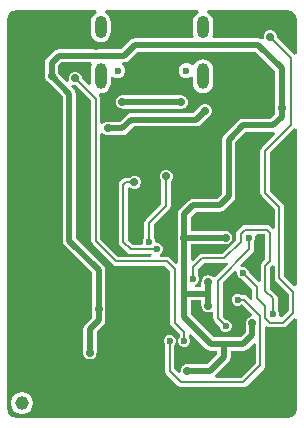
<source format=gbr>
%TF.GenerationSoftware,Altium Limited,Altium Designer,23.2.1 (34)*%
G04 Layer_Physical_Order=4*
G04 Layer_Color=16711680*
%FSLAX26Y26*%
%MOIN*%
%TF.SameCoordinates,DAB62C51-C882-44BF-9B97-BA74F53622F3*%
%TF.FilePolarity,Positive*%
%TF.FileFunction,Copper,L4,Bot,Signal*%
%TF.Part,Single*%
G01*
G75*
%TA.AperFunction,Conductor*%
%ADD37C,0.006693*%
%ADD39C,0.019685*%
%TA.AperFunction,WasherPad*%
%ADD43C,0.045354*%
%TA.AperFunction,ComponentPad*%
%ADD44C,0.023622*%
%ADD45O,0.039370X0.086614*%
%ADD46O,0.039370X0.074803*%
%TA.AperFunction,ViaPad*%
%ADD47C,0.027559*%
%ADD48C,0.023622*%
G36*
X156172Y927165D02*
X153796Y926181D01*
X146970Y920943D01*
X141732Y914117D01*
X138440Y906168D01*
X137316Y897638D01*
Y862205D01*
X138440Y853674D01*
X140177Y849480D01*
X135563Y841606D01*
X-56456D01*
X-64904Y839926D01*
X-72067Y835140D01*
X-101665Y805542D01*
X-311024D01*
X-319472Y803862D01*
X-326635Y799076D01*
X-350257Y775454D01*
X-355043Y768291D01*
X-356723Y759842D01*
Y716535D01*
X-356299Y714403D01*
Y712228D01*
X-355467Y710219D01*
X-355043Y708087D01*
X-353835Y706279D01*
X-353003Y704270D01*
X-351465Y702732D01*
X-350257Y700924D01*
X-297668Y648335D01*
Y167323D01*
X-295988Y158874D01*
X-291202Y151712D01*
X-199243Y59753D01*
Y-89280D01*
X-222304Y-112341D01*
X-227090Y-119504D01*
X-228771Y-127953D01*
Y-206693D01*
X-228346Y-208826D01*
Y-211000D01*
X-227514Y-213009D01*
X-227090Y-215142D01*
X-225882Y-216950D01*
X-225050Y-218959D01*
X-223512Y-220496D01*
X-222304Y-222304D01*
X-220496Y-223512D01*
X-218959Y-225050D01*
X-216950Y-225882D01*
X-215142Y-227090D01*
X-213009Y-227514D01*
X-211000Y-228346D01*
X-208826D01*
X-206693Y-228771D01*
X-204560Y-228346D01*
X-202386D01*
X-200377Y-227514D01*
X-198244Y-227090D01*
X-196436Y-225882D01*
X-194427Y-225050D01*
X-192890Y-223512D01*
X-191082Y-222304D01*
X-189873Y-220496D01*
X-188336Y-218959D01*
X-187504Y-216950D01*
X-186296Y-215142D01*
X-185872Y-213009D01*
X-185039Y-211000D01*
Y-208826D01*
X-184615Y-206693D01*
Y-137098D01*
X-161554Y-114037D01*
X-156768Y-106874D01*
X-155088Y-98425D01*
Y68898D01*
X-156768Y77346D01*
X-161554Y84509D01*
X-253513Y176468D01*
Y657480D01*
X-255194Y665929D01*
X-259979Y673092D01*
X-269022Y682134D01*
X-264561Y688809D01*
X-260213Y687008D01*
X-256108D01*
X-237306Y668206D01*
X-237306Y668206D01*
X-202462Y633362D01*
Y167323D01*
X-201286Y161409D01*
X-197936Y156395D01*
X-129038Y87497D01*
X-124024Y84147D01*
X-118110Y82971D01*
X42811D01*
X60564Y65218D01*
Y-105546D01*
X61741Y-111461D01*
X65091Y-116474D01*
X92683Y-144067D01*
Y-155068D01*
X91450Y-156302D01*
X88453Y-163537D01*
Y-171368D01*
X91450Y-178603D01*
X96987Y-184141D01*
X104222Y-187138D01*
X112053D01*
X119288Y-184141D01*
X124826Y-178603D01*
X127823Y-171368D01*
Y-163537D01*
X124826Y-156302D01*
X123592Y-155068D01*
Y-146265D01*
X131466Y-143004D01*
X181239Y-192777D01*
X188402Y-197562D01*
X196851Y-199243D01*
X218080D01*
Y-211327D01*
X185737Y-243670D01*
X118110D01*
X115978Y-244095D01*
X113803D01*
X111794Y-244927D01*
X109661Y-245351D01*
X107853Y-246559D01*
X105844Y-247391D01*
X104307Y-248929D01*
X102499Y-250137D01*
X101291Y-251945D01*
X99753Y-253482D01*
X98921Y-255491D01*
X97713Y-257299D01*
X97289Y-259432D01*
X96457Y-261441D01*
Y-263615D01*
X96032Y-265748D01*
X96457Y-267881D01*
Y-270055D01*
X96530Y-270231D01*
X90214Y-274451D01*
X89766Y-274603D01*
X74510Y-259347D01*
Y-179707D01*
X75743Y-178474D01*
X78740Y-171238D01*
Y-163407D01*
X75743Y-156172D01*
X70206Y-150635D01*
X62971Y-147638D01*
X55139D01*
X47904Y-150635D01*
X42367Y-156172D01*
X39370Y-163407D01*
Y-171238D01*
X42367Y-178474D01*
X43601Y-179707D01*
Y-265748D01*
X44777Y-271662D01*
X48127Y-276676D01*
X87497Y-316046D01*
X92511Y-319396D01*
X98425Y-320572D01*
X304855D01*
X310769Y-319396D01*
X315783Y-316046D01*
X372457Y-259372D01*
X375807Y-254358D01*
X376983Y-248444D01*
Y-121787D01*
X384857Y-118678D01*
X387699Y-120577D01*
X393614Y-121754D01*
X438420D01*
X444334Y-120577D01*
X449347Y-117227D01*
X474409Y-92165D01*
X482284Y-95427D01*
X482284Y-393700D01*
X482284Y-393701D01*
X482284Y-396609D01*
X481149Y-402313D01*
X478923Y-407687D01*
X475692Y-412523D01*
X471579Y-416636D01*
X466743Y-419868D01*
X461369Y-422093D01*
X455664Y-423228D01*
X452756Y-423228D01*
X-453889D01*
X-459974Y-422018D01*
X-465706Y-419643D01*
X-470865Y-416197D01*
X-475252Y-411810D01*
X-478699Y-406651D01*
X-481073Y-400919D01*
X-482283Y-394834D01*
Y-391732D01*
Y905512D01*
X-482283Y908420D01*
X-481149Y914125D01*
X-478923Y919499D01*
X-475692Y924335D01*
X-471579Y928447D01*
X-466743Y931679D01*
X-461369Y933905D01*
X-455664Y935039D01*
X-452756Y935039D01*
X-185946Y935039D01*
X-184379Y927165D01*
X-186755Y926181D01*
X-193581Y920943D01*
X-198819Y914117D01*
X-202112Y906168D01*
X-203235Y897638D01*
Y862205D01*
X-202112Y853674D01*
X-198819Y845725D01*
X-193581Y838899D01*
X-186755Y833661D01*
X-178806Y830369D01*
X-170276Y829246D01*
X-161745Y830369D01*
X-153796Y833661D01*
X-146970Y838899D01*
X-141732Y845725D01*
X-138440Y853674D01*
X-137316Y862205D01*
Y897638D01*
X-138440Y906168D01*
X-141732Y914117D01*
X-146970Y920943D01*
X-153796Y926181D01*
X-156172Y927165D01*
X-154606Y935039D01*
X154606Y935039D01*
X156172Y927165D01*
D02*
G37*
G36*
X452756Y935039D02*
X452756Y935039D01*
X452757D01*
X459988Y934180D01*
X461369Y933905D01*
X466743Y931679D01*
X471579Y928448D01*
X475692Y924335D01*
X478923Y919499D01*
X481149Y914125D01*
X482283Y908420D01*
X482283Y905512D01*
X482283Y790532D01*
X478769Y788454D01*
X474409Y787604D01*
X415354Y846659D01*
Y850764D01*
X412058Y858722D01*
X405966Y864814D01*
X398008Y868110D01*
X389394D01*
X381435Y864814D01*
X375344Y858722D01*
X372047Y850764D01*
Y843450D01*
X368586Y840482D01*
X364942Y838727D01*
X363149Y839926D01*
X354700Y841606D01*
X204988D01*
X200374Y849480D01*
X202112Y853674D01*
X203235Y862205D01*
Y897638D01*
X202112Y906168D01*
X198819Y914117D01*
X193581Y920943D01*
X186755Y926181D01*
X184379Y927165D01*
X185945Y935039D01*
X452756Y935040D01*
X452756Y935039D01*
D02*
G37*
G36*
X410993Y732013D02*
Y610236D01*
Y589489D01*
X394763Y573259D01*
X303150D01*
X294701Y571578D01*
X287538Y566792D01*
X240294Y519548D01*
X235508Y512386D01*
X233828Y503937D01*
Y324106D01*
X217233Y307511D01*
X137795D01*
X129346Y305830D01*
X122184Y301044D01*
X92656Y271517D01*
X87871Y264354D01*
X86190Y255905D01*
Y177165D01*
Y93591D01*
X78915Y90578D01*
X60141Y109353D01*
X55127Y112703D01*
X49213Y113880D01*
X27453D01*
X25886Y121754D01*
X27604Y122465D01*
X33142Y128003D01*
X36138Y135238D01*
Y143069D01*
X33142Y150304D01*
X27604Y155841D01*
X20369Y158838D01*
X16133D01*
X12062Y159743D01*
X8858Y165837D01*
Y168286D01*
X5862Y175521D01*
X5612Y175770D01*
Y219976D01*
X58172Y272537D01*
X61522Y277550D01*
X62699Y283464D01*
Y366722D01*
X65601Y369624D01*
X68898Y377583D01*
Y386197D01*
X65601Y394156D01*
X59510Y400247D01*
X51551Y403543D01*
X42937D01*
X34978Y400247D01*
X28887Y394156D01*
X25591Y386197D01*
Y377583D01*
X28887Y369624D01*
X31790Y366722D01*
Y289866D01*
X-20770Y237306D01*
X-24120Y232292D01*
X-25297Y226378D01*
Y177739D01*
X-27515Y175521D01*
X-30512Y168286D01*
Y160454D01*
X-30239Y159797D01*
X-34614Y153250D01*
X-64465D01*
X-79822Y168607D01*
Y341257D01*
X-71948Y344475D01*
X-71321Y343848D01*
X-63362Y340551D01*
X-54748D01*
X-46789Y343848D01*
X-40698Y349939D01*
X-37402Y357898D01*
Y366512D01*
X-40698Y374470D01*
X-46789Y380562D01*
X-54748Y383858D01*
X-63362D01*
X-71321Y380562D01*
X-74223Y377659D01*
X-86614D01*
X-92528Y376483D01*
X-97542Y373133D01*
X-106204Y364470D01*
X-109554Y359457D01*
X-110731Y353543D01*
Y162206D01*
X-109554Y156291D01*
X-106204Y151278D01*
X-81794Y126867D01*
X-76780Y123517D01*
X-70866Y122341D01*
X-891D01*
X-409Y121754D01*
X-4133Y113880D01*
X-111709D01*
X-171554Y173724D01*
Y523496D01*
X-166817Y526192D01*
X-163679Y526371D01*
X-163249Y525727D01*
X-161441Y524519D01*
X-159904Y522982D01*
X-157895Y522150D01*
X-156087Y520942D01*
X-153954Y520517D01*
X-151945Y519685D01*
X-149770D01*
X-147638Y519261D01*
X-98425D01*
X-89976Y520942D01*
X-82814Y525727D01*
X-59753Y548788D01*
X147638D01*
X156087Y550469D01*
X163249Y555255D01*
X192777Y584782D01*
X193985Y586591D01*
X195522Y588128D01*
X196355Y590137D01*
X197562Y591945D01*
X197987Y594077D01*
X198819Y596087D01*
Y598261D01*
X199243Y600394D01*
X198819Y602526D01*
Y604701D01*
X197987Y606710D01*
X197562Y608842D01*
X196355Y610650D01*
X195522Y612659D01*
X193985Y614197D01*
X192777Y616005D01*
X190969Y617213D01*
X189431Y618751D01*
X187422Y619583D01*
X185614Y620791D01*
X183482Y621215D01*
X181472Y622047D01*
X179298D01*
X177165Y622471D01*
X175033Y622047D01*
X172858D01*
X170849Y621215D01*
X168717Y620791D01*
X166909Y619583D01*
X164900Y618751D01*
X163362Y617213D01*
X161554Y616005D01*
X138493Y592944D01*
X-68898D01*
X-77347Y591263D01*
X-84509Y586477D01*
X-107570Y563416D01*
X-147638D01*
X-149770Y562992D01*
X-151945D01*
X-153954Y562160D01*
X-156087Y561736D01*
X-157895Y560528D01*
X-159904Y559696D01*
X-161441Y558158D01*
X-163249Y556950D01*
X-163679Y556306D01*
X-166817Y556485D01*
X-171554Y559181D01*
Y639764D01*
X-172730Y645678D01*
X-176080Y650692D01*
X-176214Y650826D01*
X-172536Y658283D01*
X-170276Y657986D01*
X-161745Y659109D01*
X-153796Y662402D01*
X-146970Y667639D01*
X-141732Y674465D01*
X-138440Y682414D01*
X-137316Y690945D01*
Y711183D01*
X-129442Y714444D01*
X-128223Y713225D01*
X-119107Y709449D01*
X-109240D01*
X-100123Y713225D01*
X-93146Y720202D01*
X-89370Y729318D01*
Y739186D01*
X-93146Y748302D01*
X-98357Y753513D01*
X-95860Y761387D01*
X-92520D01*
X-84071Y763067D01*
X-76908Y767853D01*
X-47311Y797451D01*
X345555D01*
X410993Y732013D01*
D02*
G37*
G36*
X-199298Y753513D02*
X-202112Y746720D01*
X-203235Y738189D01*
Y690945D01*
X-202937Y688684D01*
X-210395Y685006D01*
X-215450Y690062D01*
X-215450Y690062D01*
X-234252Y708864D01*
Y712968D01*
X-237549Y720927D01*
X-243640Y727018D01*
X-251598Y730315D01*
X-260213D01*
X-268171Y727018D01*
X-274262Y720927D01*
X-277559Y712968D01*
Y704354D01*
X-275758Y700005D01*
X-282433Y695545D01*
X-312568Y725680D01*
Y750697D01*
X-301879Y761387D01*
X-202389D01*
X-199298Y753513D01*
D02*
G37*
G36*
X411579Y522601D02*
X366216Y477238D01*
X362866Y472224D01*
X361689Y466310D01*
Y327581D01*
X362866Y321666D01*
X366216Y316653D01*
X409743Y273126D01*
Y211032D01*
X401868Y207771D01*
X394785Y214855D01*
X389771Y218205D01*
X383857Y219381D01*
X311326D01*
X305412Y218205D01*
X300398Y214855D01*
X284604Y199061D01*
X281254Y194047D01*
X280078Y188133D01*
Y168561D01*
X235239Y123722D01*
X167323D01*
X161409Y122546D01*
X156395Y119196D01*
X137620Y100421D01*
X130345Y103434D01*
Y155088D01*
X246063D01*
X248196Y155512D01*
X250370D01*
X252379Y156344D01*
X254512Y156768D01*
X256320Y157976D01*
X258329Y158808D01*
X259866Y160346D01*
X261674Y161554D01*
X262882Y163362D01*
X264420Y164900D01*
X265252Y166908D01*
X266460Y168716D01*
X266884Y170849D01*
X267716Y172858D01*
Y175033D01*
X268141Y177165D01*
X267716Y179298D01*
Y181472D01*
X266884Y183481D01*
X266460Y185614D01*
X265252Y187422D01*
X264420Y189431D01*
X262882Y190968D01*
X261674Y192777D01*
X259866Y193985D01*
X258329Y195522D01*
X256320Y196354D01*
X254512Y197562D01*
X252379Y197987D01*
X250370Y198819D01*
X248196D01*
X246063Y199243D01*
X130345D01*
Y246761D01*
X146940Y263355D01*
X226378D01*
X234827Y265036D01*
X241989Y269822D01*
X271517Y299349D01*
X276303Y306512D01*
X277983Y314961D01*
Y494792D01*
X312295Y529103D01*
X403908D01*
X407700Y529858D01*
X411579Y522601D01*
D02*
G37*
G36*
X253936Y88784D02*
X211299Y46147D01*
X210583Y45622D01*
X202619Y45139D01*
X200811Y46347D01*
X199274Y47884D01*
X197265Y48717D01*
X195457Y49925D01*
X193324Y50349D01*
X191315Y51181D01*
X189140D01*
X187008Y51605D01*
X184875Y51181D01*
X182701D01*
X180692Y50349D01*
X178559Y49925D01*
X176751Y48717D01*
X174742Y47884D01*
X173205Y46347D01*
X171397Y45139D01*
X170188Y43331D01*
X168651Y41793D01*
X167819Y39784D01*
X166611Y37976D01*
X166186Y35844D01*
X165354Y33835D01*
Y31660D01*
X164930Y29527D01*
Y12235D01*
X145179D01*
X143613Y20109D01*
X149203Y22425D01*
X154741Y27962D01*
X157737Y35197D01*
Y43029D01*
X154741Y50264D01*
X153507Y51498D01*
Y72596D01*
X173724Y92813D01*
X241640D01*
X247554Y93990D01*
X248916Y94900D01*
X253936Y88784D01*
D02*
G37*
G36*
X378246Y187681D02*
Y104827D01*
X367539Y94119D01*
X364189Y89106D01*
X363013Y83191D01*
Y32184D01*
X355139Y28922D01*
X322835Y61226D01*
Y62971D01*
X319838Y70206D01*
X314300Y75743D01*
X307065Y78740D01*
X299234D01*
X298390Y78390D01*
X293929Y85066D01*
X335731Y126867D01*
X339081Y131881D01*
X340257Y137795D01*
Y164781D01*
X341491Y166015D01*
X344488Y173250D01*
Y181081D01*
X349949Y188472D01*
X377455D01*
X378246Y187681D01*
D02*
G37*
G36*
X478769Y540870D02*
X482283Y538792D01*
X482284Y19381D01*
X474409Y16120D01*
X440651Y49878D01*
Y279527D01*
X439475Y285442D01*
X436125Y290455D01*
X392598Y333982D01*
Y459909D01*
X474409Y541720D01*
X478769Y540870D01*
D02*
G37*
G36*
X283814Y63815D02*
X283465Y62971D01*
Y55139D01*
X286461Y47904D01*
X291999Y42367D01*
X299234Y39370D01*
X300979D01*
X334939Y5410D01*
Y-23622D01*
X335425Y-26065D01*
X328168Y-29944D01*
X316825Y-18600D01*
X311811Y-15250D01*
X305897Y-14073D01*
X297818D01*
X296584Y-12839D01*
X289349Y-9843D01*
X281517D01*
X274282Y-12839D01*
X268745Y-18377D01*
X265748Y-25612D01*
Y-33443D01*
X268745Y-40678D01*
X274282Y-46216D01*
X281517Y-49213D01*
X289349D01*
X296584Y-46216D01*
X297818Y-44982D01*
X299495D01*
X333002Y-78489D01*
X332834Y-81280D01*
X330338Y-86614D01*
X328329Y-87447D01*
X326197Y-87871D01*
X324389Y-89079D01*
X322380Y-89911D01*
X320842Y-91448D01*
X319034Y-92656D01*
X317826Y-94465D01*
X316289Y-96002D01*
X315457Y-98011D01*
X314248Y-99819D01*
X313824Y-101952D01*
X312992Y-103961D01*
Y-106135D01*
X312568Y-108268D01*
Y-138493D01*
X295973Y-155088D01*
X205995D01*
X130345Y-79438D01*
Y-31920D01*
X164930D01*
Y-49212D01*
X165354Y-51346D01*
Y-53520D01*
X166186Y-55528D01*
X166611Y-57661D01*
X167819Y-59470D01*
X168651Y-61478D01*
X170188Y-63016D01*
X171397Y-64824D01*
X173205Y-66032D01*
X174742Y-67570D01*
X176751Y-68402D01*
X178559Y-69610D01*
X180692Y-70034D01*
X182701Y-70866D01*
X184875D01*
X187008Y-71290D01*
X189140Y-70866D01*
X191315D01*
X193324Y-70034D01*
X195457Y-69610D01*
X196579Y-68860D01*
X199008Y-69439D01*
X203240Y-71956D01*
X204453Y-73298D01*
Y-91955D01*
X205629Y-97869D01*
X208980Y-102882D01*
X226378Y-120281D01*
Y-122026D01*
X229375Y-129261D01*
X234912Y-134798D01*
X242147Y-137795D01*
X249979D01*
X257214Y-134798D01*
X262751Y-129261D01*
X265748Y-122026D01*
Y-114195D01*
X262751Y-106960D01*
X257214Y-101422D01*
X249979Y-98425D01*
X248234D01*
X235362Y-85553D01*
Y26498D01*
X277139Y68275D01*
X283814Y63815D01*
D02*
G37*
G36*
X409743Y81475D02*
Y43476D01*
X410919Y37562D01*
X414269Y32548D01*
X455697Y-8880D01*
Y-67165D01*
X435153Y-87710D01*
X429133Y-87224D01*
X423228Y-82656D01*
Y-74825D01*
X420231Y-67590D01*
X418998Y-66356D01*
Y-24663D01*
X417821Y-18748D01*
X414471Y-13735D01*
X393921Y6815D01*
Y76790D01*
X401868Y84737D01*
X409743Y81475D01*
D02*
G37*
G36*
X346075Y-177719D02*
Y-242043D01*
X298454Y-289664D01*
X212238D01*
X209849Y-281790D01*
X210493Y-281359D01*
X255769Y-236084D01*
X260555Y-228921D01*
X262235Y-220472D01*
Y-199243D01*
X305118D01*
X313567Y-197562D01*
X320729Y-192777D01*
X338800Y-174706D01*
X346075Y-177719D01*
D02*
G37*
%LPC*%
G36*
X-428375Y-338346D02*
X-437767D01*
X-446839Y-340777D01*
X-454972Y-345473D01*
X-461613Y-352114D01*
X-466309Y-360248D01*
X-468740Y-369320D01*
Y-378712D01*
X-466309Y-387784D01*
X-461613Y-395917D01*
X-454972Y-402558D01*
X-446839Y-407254D01*
X-437767Y-409685D01*
X-428375D01*
X-419303Y-407254D01*
X-411170Y-402558D01*
X-404528Y-395917D01*
X-399832Y-387784D01*
X-397402Y-378712D01*
Y-369320D01*
X-399832Y-360248D01*
X-404528Y-352114D01*
X-411170Y-345473D01*
X-419303Y-340777D01*
X-428375Y-338346D01*
D02*
G37*
G36*
X170276Y771148D02*
X161745Y770025D01*
X153796Y766732D01*
X146970Y761495D01*
X141732Y754669D01*
X141085Y753105D01*
X131928Y751574D01*
X128223Y755279D01*
X119107Y759055D01*
X109240D01*
X100123Y755279D01*
X93146Y748302D01*
X89370Y739186D01*
Y729318D01*
X93146Y720202D01*
X100123Y713225D01*
X109240Y709449D01*
X119107D01*
X128223Y713225D01*
X129442Y714444D01*
X137316Y711183D01*
Y690945D01*
X138440Y682414D01*
X141732Y674465D01*
X146970Y667639D01*
X153796Y662402D01*
X161745Y659109D01*
X170276Y657986D01*
X178806Y659109D01*
X186755Y662402D01*
X193581Y667639D01*
X198819Y674465D01*
X202112Y682414D01*
X203235Y690945D01*
Y738189D01*
X202112Y746720D01*
X198819Y754669D01*
X193581Y761495D01*
X186755Y766732D01*
X178806Y770025D01*
X170276Y771148D01*
D02*
G37*
G36*
X-98421Y651995D02*
X-100553Y651571D01*
X-102728D01*
X-104737Y650739D01*
X-106869Y650315D01*
X-108677Y649107D01*
X-110686Y648274D01*
X-112224Y646737D01*
X-114032Y645529D01*
X-115240Y643721D01*
X-116778Y642183D01*
X-117610Y640174D01*
X-118818Y638366D01*
X-119242Y636234D01*
X-120074Y634225D01*
Y632050D01*
X-120498Y629918D01*
X-120074Y627785D01*
Y625611D01*
X-119242Y623601D01*
X-118818Y621469D01*
X-117610Y619661D01*
X-116778Y617652D01*
X-115240Y616114D01*
X-114032Y614306D01*
X-113499Y613774D01*
X-111691Y612565D01*
X-110686Y611561D01*
X-109374Y611017D01*
X-106337Y608988D01*
X-102755Y608275D01*
X-102728Y608264D01*
X-102699D01*
X-97888Y607307D01*
X93852D01*
X94114Y607199D01*
X96288D01*
X98421Y606774D01*
X100553Y607199D01*
X102728D01*
X104737Y608031D01*
X106870Y608455D01*
X108678Y609663D01*
X110686Y610495D01*
X112224Y612033D01*
X114032Y613241D01*
X115240Y615049D01*
X116778Y616587D01*
X117610Y618595D01*
X118818Y620403D01*
X119242Y622536D01*
X120074Y624545D01*
Y626720D01*
X120498Y628852D01*
X120074Y630985D01*
Y633159D01*
X119242Y635168D01*
X118818Y637301D01*
X117610Y639109D01*
X116778Y641118D01*
X115240Y642655D01*
X114032Y644463D01*
X113499Y644996D01*
X111691Y646204D01*
X110686Y647209D01*
X109374Y647753D01*
X106337Y649782D01*
X102755Y650495D01*
X102728Y650506D01*
X102699D01*
X97888Y651463D01*
X-93852D01*
X-94114Y651571D01*
X-96288D01*
X-98421Y651995D01*
D02*
G37*
%LPD*%
D37*
X-70866Y137795D02*
X15095D01*
X-95276Y162206D02*
Y353543D01*
Y162206D02*
X-70866Y137795D01*
X-95276Y353543D02*
X-86614Y362205D01*
X-59055D01*
X-10827Y164370D02*
X-9842Y165354D01*
Y226378D01*
X47244Y283464D01*
Y381890D01*
X361529Y-248444D02*
Y-85160D01*
X98425Y-305118D02*
X304855D01*
X361529Y-248444D01*
X471152Y-73567D02*
Y-2478D01*
X393614Y-106299D02*
X438420D01*
X471152Y-73567D01*
X295532Y188133D02*
X311326Y203927D01*
X295532Y162160D02*
Y188133D01*
X311326Y203927D02*
X383857D01*
X378467Y414D02*
X403543Y-24663D01*
X378467Y414D02*
Y83191D01*
X393701Y98425D01*
X377953Y-90638D02*
X393614Y-106299D01*
X377953Y-90638D02*
Y-51181D01*
X285433Y-29528D02*
X305897D01*
X361529Y-85160D01*
X425197Y43476D02*
X471152Y-2478D01*
X425197Y43476D02*
Y279527D01*
X377144Y466310D02*
X464567Y553733D01*
X377144Y327581D02*
Y466310D01*
Y327581D02*
X425197Y279527D01*
X464567Y553733D02*
Y775591D01*
X393701Y846457D02*
X464567Y775591D01*
X350394Y-23622D02*
X377953Y-51181D01*
X350394Y-23622D02*
Y11811D01*
X303150Y59055D02*
X350394Y11811D01*
X403543Y-78740D02*
Y-24663D01*
X-255905Y708661D02*
X-226378Y679134D01*
Y679134D02*
Y679134D01*
Y679134D02*
X-187008Y639764D01*
Y167323D02*
Y639764D01*
X15095Y137795D02*
X16453Y139153D01*
X138052Y78997D02*
X167323Y108268D01*
X138052Y39113D02*
Y78997D01*
X393701Y98425D02*
Y194083D01*
X219907Y-91955D02*
Y32900D01*
X324803Y137795D02*
Y177165D01*
X219907Y32900D02*
X324803Y137795D01*
X383857Y203927D02*
X393701Y194083D01*
X241640Y108268D02*
X295532Y162160D01*
X167323Y108268D02*
X241640D01*
X76019Y-105546D02*
Y71619D01*
Y-105546D02*
X108138Y-137665D01*
X49213Y98425D02*
X76019Y71619D01*
X108138Y-167453D02*
Y-137665D01*
X-118110Y98425D02*
X49213D01*
X59055Y-265748D02*
X98425Y-305118D01*
X59055Y-265748D02*
Y-167323D01*
X-187008Y167323D02*
X-118110Y98425D01*
X219907Y-91955D02*
X246063Y-118110D01*
D39*
X354700Y819529D02*
X433071Y741158D01*
X-56456Y819529D02*
X354700D01*
X433071Y610236D02*
Y741158D01*
X-311024Y783465D02*
X-92520D01*
X-334646Y716535D02*
Y759842D01*
X-311024Y783465D01*
X-334646Y716535D02*
X-275591Y657480D01*
Y167323D02*
Y657480D01*
X240157Y-177165D02*
X305118D01*
X196851D02*
X240157D01*
X194882Y-265748D02*
X240157Y-220472D01*
Y-177165D01*
X305118D02*
X334646Y-147638D01*
X108268Y-88583D02*
X196851Y-177165D01*
X118110Y-265748D02*
X194882D01*
X108268Y255905D02*
X137795Y285433D01*
X108268Y177165D02*
Y255905D01*
X137795Y285433D02*
X226378D01*
X255905Y314961D02*
Y503937D01*
X226378Y285433D02*
X255905Y314961D01*
Y503937D02*
X303150Y551181D01*
X-68898Y570866D02*
X147638D01*
X177165Y600394D01*
X-147638Y541339D02*
X-98425D01*
X-68898Y570866D01*
X-92520Y783465D02*
X-56456Y819529D01*
X403908Y551181D02*
X433071Y580344D01*
X303150Y551181D02*
X403908D01*
X433071Y580344D02*
Y610236D01*
X108268Y177165D02*
X246063D01*
X-206693Y-206693D02*
Y-127953D01*
X-177165Y-98425D01*
Y68898D01*
X-275591Y167323D02*
X-177165Y68898D01*
X-98421Y629918D02*
X-97888Y629385D01*
X97888D01*
X98421Y628852D01*
X108268Y-9842D02*
Y177165D01*
Y-88583D02*
Y-9842D01*
X187008D02*
Y29527D01*
Y-49212D02*
Y-9842D01*
X108268D02*
X187008D01*
Y-49212D02*
X187008Y-49213D01*
X334646Y-147638D02*
Y-108268D01*
D43*
X-433071Y-374016D02*
D03*
D44*
X-114173Y734252D02*
D03*
X114173D02*
D03*
D45*
X170276Y714567D02*
D03*
X-170276D02*
D03*
D46*
Y879921D02*
D03*
X170276D02*
D03*
D47*
X-374016Y787402D02*
D03*
X-141732Y-370079D02*
D03*
X-62992Y275591D02*
D03*
Y322835D02*
D03*
X-59055Y362205D02*
D03*
X47244Y381890D02*
D03*
X-338583Y897638D02*
D03*
X-409449D02*
D03*
X338583D02*
D03*
X-334646Y716535D02*
D03*
X409449Y897638D02*
D03*
X393701Y846457D02*
D03*
X267716Y708661D02*
D03*
X334646Y716535D02*
D03*
X265748Y659449D02*
D03*
X296435Y328562D02*
D03*
X125984Y-204724D02*
D03*
X-118110Y501969D02*
D03*
X-147638Y541339D02*
D03*
X177165Y600394D02*
D03*
Y413386D02*
D03*
X305118Y442913D02*
D03*
X29528Y777559D02*
D03*
X-226378Y748032D02*
D03*
X-39370Y757874D02*
D03*
X216535Y462598D02*
D03*
X-255905Y708661D02*
D03*
X-59055Y885827D02*
D03*
X49213Y905512D02*
D03*
X-98425Y846457D02*
D03*
X98425Y856299D02*
D03*
X-236220D02*
D03*
X344488Y403543D02*
D03*
X413386D02*
D03*
X462598Y413386D02*
D03*
Y314961D02*
D03*
Y216535D02*
D03*
X-344488Y856299D02*
D03*
X-236220Y639764D02*
D03*
X-383858Y570866D02*
D03*
X-374016Y157480D02*
D03*
X-314961Y246063D02*
D03*
Y108268D02*
D03*
X322835Y618110D02*
D03*
X383858Y610236D02*
D03*
X433071Y610236D02*
D03*
X-462598Y561024D02*
D03*
Y472441D02*
D03*
Y383858D02*
D03*
X-403543Y364173D02*
D03*
X-314961Y633858D02*
D03*
X0Y866142D02*
D03*
X118110Y915354D02*
D03*
X-118110D02*
D03*
X-187008Y816929D02*
D03*
X-226378Y580709D02*
D03*
X-147638D02*
D03*
X-157480Y462598D02*
D03*
X55118Y492126D02*
D03*
X94488Y472441D02*
D03*
X177165Y137795D02*
D03*
X108268Y177165D02*
D03*
X-305118Y-59055D02*
D03*
X-462598Y137795D02*
D03*
Y39370D02*
D03*
Y-59055D02*
D03*
X-344488Y39370D02*
D03*
X-403543Y-118110D02*
D03*
X-305118Y-19685D02*
D03*
X216535Y610236D02*
D03*
X462598Y137795D02*
D03*
X187008Y216535D02*
D03*
X413386Y-137795D02*
D03*
X462598D02*
D03*
Y-226378D02*
D03*
X311024Y-224409D02*
D03*
X-236220Y448819D02*
D03*
X246063Y-354331D02*
D03*
X196850Y-403543D02*
D03*
X147638Y-354331D02*
D03*
X98425Y-403543D02*
D03*
X413386Y-187008D02*
D03*
Y-265748D02*
D03*
X-216535D02*
D03*
X-462598Y-157480D02*
D03*
X-265748D02*
D03*
X-364173D02*
D03*
X-244095Y-236220D02*
D03*
X-319808Y-247484D02*
D03*
X-429134Y-204724D02*
D03*
X-462598Y-255905D02*
D03*
X-226378Y-403543D02*
D03*
X-149606Y-137795D02*
D03*
X-110236Y-224409D02*
D03*
Y-188976D02*
D03*
X19685Y-224409D02*
D03*
Y-188976D02*
D03*
X305118Y-403543D02*
D03*
X344488Y-354331D02*
D03*
X49213D02*
D03*
X0Y-403543D02*
D03*
X-421260Y-311024D02*
D03*
X-318898Y-330709D02*
D03*
X-216535Y-322835D02*
D03*
X-265748Y-354331D02*
D03*
X-364173D02*
D03*
X393701Y-305118D02*
D03*
X442913Y-354331D02*
D03*
X393701Y-403543D02*
D03*
X-35433Y-334646D02*
D03*
X-98425Y-403543D02*
D03*
X-314961D02*
D03*
X141732Y472441D02*
D03*
X433071Y462598D02*
D03*
X137795Y344488D02*
D03*
Y628856D02*
D03*
X98421Y628852D02*
D03*
X-98421Y629918D02*
D03*
X-137795Y629921D02*
D03*
X-403543Y708661D02*
D03*
Y236220D02*
D03*
X177165Y-98425D02*
D03*
X187008Y-49213D02*
D03*
X-226378Y187008D02*
D03*
X-206693Y-206693D02*
D03*
X118110Y-265748D02*
D03*
X285433Y-118110D02*
D03*
X364173Y177165D02*
D03*
X440945Y-51181D02*
D03*
X246063Y177165D02*
D03*
X334646Y-108268D02*
D03*
X413386Y9842D02*
D03*
X-177165Y-59055D02*
D03*
X462599Y49213D02*
D03*
X187008Y29527D02*
D03*
Y68898D02*
D03*
X88583Y374016D02*
D03*
X78740Y324803D02*
D03*
D48*
X-10827Y164370D02*
D03*
X303150Y59055D02*
D03*
X16453Y139153D02*
D03*
X138052Y39113D02*
D03*
X-265748Y-411417D02*
D03*
X246063Y-29528D02*
D03*
X285433D02*
D03*
X-39370Y531496D02*
D03*
X108138Y-167453D02*
D03*
X246063Y-118110D02*
D03*
X59055Y-167323D02*
D03*
X49213Y0D02*
D03*
X0Y-49213D02*
D03*
X-49213Y0D02*
D03*
X0Y49213D02*
D03*
X49213Y-49213D02*
D03*
X-49213D02*
D03*
X49213Y49213D02*
D03*
X-49213D02*
D03*
X324803Y177165D02*
D03*
X403543Y-78740D02*
D03*
X344488Y98425D02*
D03*
%TF.MD5,5a41163a18727041b128fb18cb9c7b4d*%
M02*

</source>
